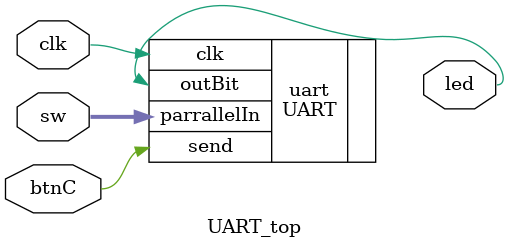
<source format=v>
`timescale 1ns / 1ps


module UART_top(
    output led,
    input btnC, 
    input [15:0] sw,
    input clk, // this will later be the baud rate, unused for current testing
    );
    parameter baudrate = 9600; //unused for now, will replace button
    //button will eventually be used to send packet
    parameter stopBits = 1; //how many bits stop at the end
    parameter parity = 0; //default parity type: none
    parameter dataLength = 8; //length of data/dataframe
    parameter flowControl = 0; //unused for now, default is XON/XOFF
    
    UART uart(.outBit(led), .send(btnC), .parrallelIn(sw), .clk(clk));
    
endmodule

</source>
